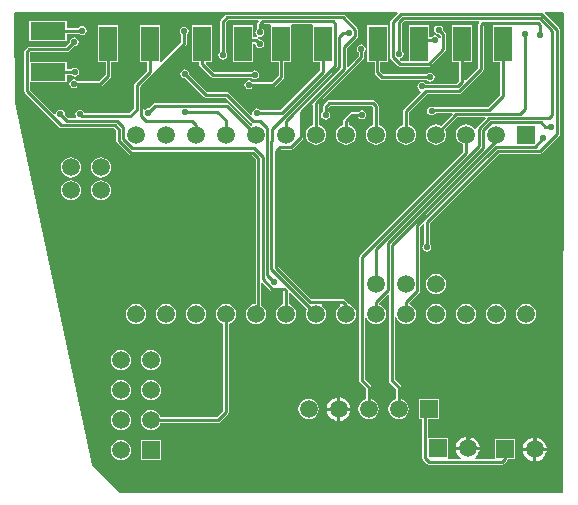
<source format=gbl>
G04 Layer_Physical_Order=2*
G04 Layer_Color=16711680*
%FSLAX25Y25*%
%MOIN*%
G70*
G01*
G75*
%ADD20C,0.01000*%
%ADD22C,0.05906*%
%ADD23R,0.05906X0.05906*%
%ADD24R,0.05906X0.05906*%
%ADD25C,0.02165*%
%ADD26R,0.11811X0.05906*%
%ADD27R,0.05906X0.11811*%
G36*
X283857Y499646D02*
X283465Y339961D01*
X283169Y339665D01*
X135630D01*
Y339764D01*
X126378Y349016D01*
X100787Y469587D01*
X100398Y499644D01*
X100750Y500000D01*
X228218D01*
X228425Y499500D01*
X226127Y497202D01*
X225930Y496906D01*
X225860Y496558D01*
Y484941D01*
X225930Y484592D01*
X226127Y484297D01*
X228399Y482025D01*
X228695Y481827D01*
X229043Y481758D01*
X238756D01*
X239105Y481827D01*
X239400Y482025D01*
X244247Y486871D01*
X244444Y487167D01*
X244514Y487516D01*
Y492520D01*
X244444Y492868D01*
X244247Y493164D01*
X243497Y493914D01*
X243533Y494095D01*
X243418Y494670D01*
X243092Y495159D01*
X242604Y495485D01*
X242028Y495600D01*
X241452Y495485D01*
X240963Y495159D01*
X240637Y494670D01*
X240522Y494095D01*
X240637Y493518D01*
X240963Y493030D01*
X241452Y492704D01*
X242028Y492589D01*
X242208Y492625D01*
X242691Y492142D01*
Y491378D01*
X242471Y491304D01*
X242191Y491294D01*
X241911Y491714D01*
X241423Y492040D01*
X240846Y492155D01*
X240270Y492040D01*
X239782Y491714D01*
X239680Y491561D01*
X238779D01*
Y495768D01*
X232087D01*
Y483580D01*
X229421D01*
X229049Y483952D01*
X229214Y484494D01*
X229415Y484535D01*
X229903Y484861D01*
X230229Y485349D01*
X230344Y485925D01*
X230229Y486501D01*
X229903Y486990D01*
X229750Y487092D01*
Y496276D01*
X230480Y497006D01*
X255399D01*
X255590Y496544D01*
X255458Y496412D01*
X255260Y496116D01*
X255191Y495768D01*
Y481379D01*
X251078Y477266D01*
X250616Y477457D01*
Y483169D01*
X253051D01*
Y495768D01*
X246358D01*
Y483169D01*
X248794D01*
Y476952D01*
X247949Y476108D01*
X237584D01*
X237482Y476261D01*
X236993Y476588D01*
X236417Y476702D01*
X235841Y476588D01*
X235353Y476261D01*
X235027Y475773D01*
X234912Y475197D01*
X235027Y474621D01*
X235353Y474132D01*
X235841Y473806D01*
X235960Y473782D01*
X236125Y473240D01*
X230464Y467580D01*
X230267Y467284D01*
X230197Y466935D01*
Y462401D01*
X229415Y462077D01*
X228716Y461540D01*
X228179Y460841D01*
X227842Y460027D01*
X227727Y459154D01*
X227842Y458280D01*
X228179Y457466D01*
X228716Y456767D01*
X229415Y456230D01*
X230229Y455893D01*
X231102Y455778D01*
X231976Y455893D01*
X232790Y456230D01*
X233489Y456767D01*
X234025Y457466D01*
X234363Y458280D01*
X234478Y459154D01*
X234363Y460027D01*
X234025Y460841D01*
X233489Y461540D01*
X232790Y462077D01*
X232020Y462396D01*
Y466558D01*
X238173Y472711D01*
X248723D01*
X249072Y472780D01*
X249367Y472978D01*
X256747Y480357D01*
X256944Y480653D01*
X257014Y481002D01*
Y495390D01*
X257169Y495545D01*
X260138D01*
Y483169D01*
X262573D01*
Y472326D01*
X258528Y468281D01*
X240446D01*
X240241Y468418D01*
X239665Y468533D01*
X239089Y468418D01*
X238601Y468092D01*
X238275Y467604D01*
X238160Y467028D01*
X238275Y466452D01*
X238601Y465963D01*
X239089Y465637D01*
X239665Y465522D01*
X240241Y465637D01*
X240730Y465963D01*
X241056Y466452D01*
X241057Y466459D01*
X246472D01*
X246663Y465997D01*
X242757Y462090D01*
X241976Y462414D01*
X241102Y462529D01*
X240229Y462414D01*
X239415Y462077D01*
X238716Y461540D01*
X238179Y460841D01*
X237842Y460027D01*
X237727Y459154D01*
X237842Y458280D01*
X238179Y457466D01*
X238716Y456767D01*
X239415Y456230D01*
X240229Y455893D01*
X241102Y455778D01*
X241976Y455893D01*
X242790Y456230D01*
X243489Y456767D01*
X244025Y457466D01*
X244363Y458280D01*
X244478Y459154D01*
X244363Y460027D01*
X244043Y460799D01*
X248309Y465065D01*
X257510D01*
X257702Y464603D01*
X254671Y461572D01*
X254473Y461276D01*
X254436Y461092D01*
X253925Y460974D01*
X253923Y460975D01*
X253489Y461540D01*
X252790Y462077D01*
X251976Y462414D01*
X251102Y462529D01*
X250229Y462414D01*
X249415Y462077D01*
X248716Y461540D01*
X248179Y460841D01*
X247842Y460027D01*
X247727Y459154D01*
X247842Y458280D01*
X248179Y457466D01*
X248716Y456767D01*
X249415Y456230D01*
X250197Y455906D01*
Y453405D01*
X215891Y419099D01*
X215694Y418803D01*
X215624Y418455D01*
Y377067D01*
X215694Y376718D01*
X215891Y376423D01*
X217770Y374544D01*
Y370863D01*
X216993Y370541D01*
X216295Y370005D01*
X215758Y369306D01*
X215421Y368492D01*
X215306Y367618D01*
X215421Y366745D01*
X215758Y365931D01*
X216295Y365231D01*
X216993Y364695D01*
X217808Y364358D01*
X218681Y364243D01*
X219555Y364358D01*
X220369Y364695D01*
X221068Y365231D01*
X221604Y365931D01*
X221941Y366745D01*
X222057Y367618D01*
X221941Y368492D01*
X221604Y369306D01*
X221068Y370005D01*
X220369Y370541D01*
X219592Y370863D01*
Y374921D01*
X219523Y375270D01*
X219325Y375566D01*
X217447Y377444D01*
Y398085D01*
X217947Y398185D01*
X218179Y397623D01*
X218716Y396924D01*
X219415Y396388D01*
X220229Y396051D01*
X221102Y395936D01*
X221976Y396051D01*
X222790Y396388D01*
X223489Y396924D01*
X224025Y397623D01*
X224363Y398437D01*
X224478Y399311D01*
X224363Y400185D01*
X224025Y400999D01*
X223489Y401698D01*
X222790Y402234D01*
X222185Y402485D01*
X222119Y403015D01*
X225103Y406000D01*
X225565Y405808D01*
Y377067D01*
X225635Y376718D01*
X225832Y376423D01*
X227770Y374485D01*
Y370863D01*
X226993Y370541D01*
X226294Y370005D01*
X225758Y369306D01*
X225421Y368492D01*
X225306Y367618D01*
X225421Y366745D01*
X225758Y365931D01*
X226294Y365231D01*
X226993Y364695D01*
X227808Y364358D01*
X228681Y364243D01*
X229555Y364358D01*
X230369Y364695D01*
X231068Y365231D01*
X231604Y365931D01*
X231942Y366745D01*
X232056Y367618D01*
X231942Y368492D01*
X231604Y369306D01*
X231068Y370005D01*
X230369Y370541D01*
X229592Y370863D01*
Y374862D01*
X229523Y375211D01*
X229326Y375506D01*
X227388Y377444D01*
Y398228D01*
X227888Y398327D01*
X228179Y397623D01*
X228716Y396924D01*
X229415Y396388D01*
X230229Y396051D01*
X231102Y395936D01*
X231976Y396051D01*
X232790Y396388D01*
X233489Y396924D01*
X234025Y397623D01*
X234363Y398437D01*
X234478Y399311D01*
X234363Y400185D01*
X234025Y400999D01*
X233489Y401698D01*
X232790Y402234D01*
X232351Y402416D01*
X232243Y403002D01*
X235479Y406238D01*
X235677Y406533D01*
X235746Y406882D01*
Y407302D01*
X235791Y407369D01*
X235860Y407718D01*
Y428469D01*
X236746Y429355D01*
X237208Y429164D01*
Y422722D01*
X237055Y422619D01*
X236729Y422131D01*
X236614Y421555D01*
X236729Y420979D01*
X237055Y420491D01*
X237543Y420164D01*
X238120Y420050D01*
X238696Y420164D01*
X239184Y420491D01*
X239510Y420979D01*
X239625Y421555D01*
X239510Y422131D01*
X239184Y422619D01*
X239031Y422722D01*
Y429573D01*
X262271Y452813D01*
X275878D01*
X276227Y452883D01*
X276522Y453080D01*
X282239Y458797D01*
X282436Y459092D01*
X282506Y459441D01*
Y494001D01*
X282436Y494350D01*
X282239Y494645D01*
X277384Y499500D01*
X277591Y500000D01*
X283504D01*
X283857Y499646D01*
D02*
G37*
%LPC*%
G36*
X198681Y370993D02*
X197808Y370879D01*
X196994Y370541D01*
X196294Y370005D01*
X195758Y369306D01*
X195421Y368492D01*
X195306Y367618D01*
X195421Y366745D01*
X195758Y365931D01*
X196294Y365231D01*
X196994Y364695D01*
X197808Y364358D01*
X198681Y364243D01*
X199555Y364358D01*
X200369Y364695D01*
X201068Y365231D01*
X201604Y365931D01*
X201941Y366745D01*
X202057Y367618D01*
X201941Y368492D01*
X201604Y369306D01*
X201068Y370005D01*
X200369Y370541D01*
X199555Y370879D01*
X198681Y370993D01*
D02*
G37*
G36*
X171102Y402686D02*
X170229Y402571D01*
X169415Y402234D01*
X168716Y401698D01*
X168179Y400999D01*
X167842Y400185D01*
X167727Y399311D01*
X167842Y398437D01*
X168179Y397623D01*
X168716Y396924D01*
X169415Y396388D01*
X170197Y396064D01*
Y367057D01*
X167989Y364848D01*
X149308D01*
X148986Y365625D01*
X148450Y366324D01*
X147751Y366860D01*
X146937Y367197D01*
X146063Y367312D01*
X145189Y367197D01*
X144375Y366860D01*
X143676Y366324D01*
X143140Y365625D01*
X142803Y364811D01*
X142688Y363937D01*
X142803Y363063D01*
X143140Y362249D01*
X143676Y361550D01*
X144375Y361014D01*
X145189Y360677D01*
X146063Y360562D01*
X146937Y360677D01*
X147751Y361014D01*
X148450Y361550D01*
X148986Y362249D01*
X149308Y363026D01*
X168366D01*
X168715Y363095D01*
X169010Y363293D01*
X171753Y366035D01*
X171950Y366331D01*
X172020Y366680D01*
Y396069D01*
X172790Y396388D01*
X173489Y396924D01*
X174025Y397623D01*
X174363Y398437D01*
X174478Y399311D01*
X174363Y400185D01*
X174025Y400999D01*
X173489Y401698D01*
X172790Y402234D01*
X171976Y402571D01*
X171102Y402686D01*
D02*
G37*
G36*
X212602Y367118D02*
X209181D01*
Y363697D01*
X209713Y363767D01*
X210675Y364165D01*
X211500Y364799D01*
X212134Y365625D01*
X212532Y366586D01*
X212602Y367118D01*
D02*
G37*
G36*
X208181D02*
X204760D01*
X204830Y366586D01*
X205228Y365625D01*
X205862Y364799D01*
X206688Y364165D01*
X207649Y363767D01*
X208181Y363697D01*
Y367118D01*
D02*
G37*
G36*
Y371539D02*
X207649Y371469D01*
X206688Y371071D01*
X205862Y370437D01*
X205228Y369612D01*
X204830Y368650D01*
X204760Y368118D01*
X208181D01*
Y371539D01*
D02*
G37*
G36*
X146063Y377312D02*
X145189Y377197D01*
X144375Y376860D01*
X143676Y376324D01*
X143140Y375625D01*
X142803Y374811D01*
X142688Y373937D01*
X142803Y373063D01*
X143140Y372249D01*
X143676Y371550D01*
X144375Y371014D01*
X145189Y370677D01*
X146063Y370562D01*
X146937Y370677D01*
X147751Y371014D01*
X148450Y371550D01*
X148986Y372249D01*
X149323Y373063D01*
X149438Y373937D01*
X149323Y374811D01*
X148986Y375625D01*
X148450Y376324D01*
X147751Y376860D01*
X146937Y377197D01*
X146063Y377312D01*
D02*
G37*
G36*
X136063Y387312D02*
X135189Y387197D01*
X134375Y386860D01*
X133676Y386324D01*
X133140Y385625D01*
X132803Y384811D01*
X132688Y383937D01*
X132803Y383063D01*
X133140Y382249D01*
X133676Y381550D01*
X134375Y381014D01*
X135189Y380677D01*
X136063Y380562D01*
X136937Y380677D01*
X137751Y381014D01*
X138450Y381550D01*
X138986Y382249D01*
X139323Y383063D01*
X139438Y383937D01*
X139323Y384811D01*
X138986Y385625D01*
X138450Y386324D01*
X137751Y386860D01*
X136937Y387197D01*
X136063Y387312D01*
D02*
G37*
G36*
X209181Y371539D02*
Y368118D01*
X212602D01*
X212532Y368650D01*
X212134Y369612D01*
X211500Y370437D01*
X210675Y371071D01*
X209713Y371469D01*
X209181Y371539D01*
D02*
G37*
G36*
X136063Y377312D02*
X135189Y377197D01*
X134375Y376860D01*
X133676Y376324D01*
X133140Y375625D01*
X132803Y374811D01*
X132688Y373937D01*
X132803Y373063D01*
X133140Y372249D01*
X133676Y371550D01*
X134375Y371014D01*
X135189Y370677D01*
X136063Y370562D01*
X136937Y370677D01*
X137751Y371014D01*
X138450Y371550D01*
X138986Y372249D01*
X139323Y373063D01*
X139438Y373937D01*
X139323Y374811D01*
X138986Y375625D01*
X138450Y376324D01*
X137751Y376860D01*
X136937Y377197D01*
X136063Y377312D01*
D02*
G37*
G36*
Y367312D02*
X135189Y367197D01*
X134375Y366860D01*
X133676Y366324D01*
X133140Y365625D01*
X132803Y364811D01*
X132688Y363937D01*
X132803Y363063D01*
X133140Y362249D01*
X133676Y361550D01*
X134375Y361014D01*
X135189Y360677D01*
X136063Y360562D01*
X136937Y360677D01*
X137751Y361014D01*
X138450Y361550D01*
X138986Y362249D01*
X139323Y363063D01*
X139438Y363937D01*
X139323Y364811D01*
X138986Y365625D01*
X138450Y366324D01*
X137751Y366860D01*
X136937Y367197D01*
X136063Y367312D01*
D02*
G37*
G36*
X278015Y353732D02*
X274594D01*
Y350311D01*
X275126Y350381D01*
X276088Y350780D01*
X276913Y351413D01*
X277547Y352239D01*
X277945Y353200D01*
X278015Y353732D01*
D02*
G37*
G36*
X136063Y357312D02*
X135189Y357197D01*
X134375Y356860D01*
X133676Y356324D01*
X133140Y355625D01*
X132803Y354811D01*
X132688Y353937D01*
X132803Y353063D01*
X133140Y352249D01*
X133676Y351550D01*
X134375Y351014D01*
X135189Y350677D01*
X136063Y350562D01*
X136937Y350677D01*
X137751Y351014D01*
X138450Y351550D01*
X138986Y352249D01*
X139323Y353063D01*
X139438Y353937D01*
X139323Y354811D01*
X138986Y355625D01*
X138450Y356324D01*
X137751Y356860D01*
X136937Y357197D01*
X136063Y357312D01*
D02*
G37*
G36*
X242028Y370965D02*
X235335D01*
Y364272D01*
X236589D01*
Y351181D01*
X236658Y350832D01*
X236856Y350537D01*
X238037Y349356D01*
X238332Y349158D01*
X238681Y349089D01*
X263090D01*
X263439Y349158D01*
X263735Y349356D01*
X264739Y350360D01*
X264936Y350655D01*
X264982Y350886D01*
X267441D01*
Y357579D01*
X260748D01*
Y350911D01*
X254353D01*
X254184Y351411D01*
X254571Y351709D01*
X255205Y352534D01*
X255603Y353496D01*
X255673Y354028D01*
X247831D01*
X247901Y353496D01*
X248299Y352534D01*
X248933Y351709D01*
X249320Y351411D01*
X249150Y350911D01*
X245487D01*
X245098Y351181D01*
Y357874D01*
X238411D01*
Y364272D01*
X242028D01*
Y370965D01*
D02*
G37*
G36*
X273594Y353732D02*
X270173D01*
X270243Y353200D01*
X270642Y352239D01*
X271275Y351413D01*
X272101Y350780D01*
X273062Y350381D01*
X273594Y350311D01*
Y353732D01*
D02*
G37*
G36*
X149409Y357283D02*
X142717D01*
Y350590D01*
X149409D01*
Y357283D01*
D02*
G37*
G36*
X251252Y358449D02*
X250720Y358379D01*
X249759Y357980D01*
X248933Y357347D01*
X248299Y356521D01*
X247901Y355559D01*
X247831Y355028D01*
X251252D01*
Y358449D01*
D02*
G37*
G36*
X252252D02*
Y355028D01*
X255673D01*
X255603Y355559D01*
X255205Y356521D01*
X254571Y357347D01*
X253745Y357980D01*
X252784Y358379D01*
X252252Y358449D01*
D02*
G37*
G36*
X273594Y358153D02*
X273062Y358083D01*
X272101Y357685D01*
X271275Y357051D01*
X270642Y356226D01*
X270243Y355264D01*
X270173Y354732D01*
X273594D01*
Y358153D01*
D02*
G37*
G36*
X274594D02*
Y354732D01*
X278015D01*
X277945Y355264D01*
X277547Y356226D01*
X276913Y357051D01*
X276088Y357685D01*
X275126Y358083D01*
X274594Y358153D01*
D02*
G37*
G36*
X146063Y387312D02*
X145189Y387197D01*
X144375Y386860D01*
X143676Y386324D01*
X143140Y385625D01*
X142803Y384811D01*
X142688Y383937D01*
X142803Y383063D01*
X143140Y382249D01*
X143676Y381550D01*
X144375Y381014D01*
X145189Y380677D01*
X146063Y380562D01*
X146937Y380677D01*
X147751Y381014D01*
X148450Y381550D01*
X148986Y382249D01*
X149323Y383063D01*
X149438Y383937D01*
X149323Y384811D01*
X148986Y385625D01*
X148450Y386324D01*
X147751Y386860D01*
X146937Y387197D01*
X146063Y387312D01*
D02*
G37*
G36*
X219980Y470596D02*
X205610D01*
X205261Y470527D01*
X204966Y470329D01*
X203686Y469050D01*
X203489Y468754D01*
X203419Y468405D01*
Y466816D01*
X203266Y466714D01*
X202940Y466226D01*
X202825Y465650D01*
X202940Y465074D01*
X203266Y464585D01*
X203755Y464259D01*
X204331Y464144D01*
X204907Y464259D01*
X205395Y464585D01*
X205721Y465074D01*
X205836Y465650D01*
X205721Y466226D01*
X205395Y466714D01*
X205242Y466816D01*
Y468028D01*
X205988Y468774D01*
X219603D01*
X220197Y468179D01*
Y462401D01*
X219415Y462077D01*
X218716Y461540D01*
X218179Y460841D01*
X217842Y460027D01*
X217727Y459154D01*
X217842Y458280D01*
X218179Y457466D01*
X218716Y456767D01*
X219415Y456230D01*
X220229Y455893D01*
X221102Y455778D01*
X221976Y455893D01*
X222790Y456230D01*
X223489Y456767D01*
X224025Y457466D01*
X224363Y458280D01*
X224478Y459154D01*
X224363Y460027D01*
X224025Y460841D01*
X223489Y461540D01*
X222790Y462077D01*
X222020Y462396D01*
Y468557D01*
X221951Y468905D01*
X221753Y469201D01*
X220625Y470329D01*
X220329Y470527D01*
X219980Y470596D01*
D02*
G37*
G36*
X216437Y467253D02*
X215861Y467139D01*
X215373Y466812D01*
X215270Y466659D01*
X213189D01*
X212840Y466590D01*
X212545Y466392D01*
X210464Y464312D01*
X210267Y464016D01*
X210197Y463668D01*
Y462401D01*
X209415Y462077D01*
X208716Y461540D01*
X208179Y460841D01*
X207842Y460027D01*
X207727Y459154D01*
X207842Y458280D01*
X208179Y457466D01*
X208716Y456767D01*
X209415Y456230D01*
X210229Y455893D01*
X211102Y455778D01*
X211976Y455893D01*
X212790Y456230D01*
X213489Y456767D01*
X214025Y457466D01*
X214363Y458280D01*
X214478Y459154D01*
X214363Y460027D01*
X214025Y460841D01*
X213489Y461540D01*
X212790Y462077D01*
X212020Y462396D01*
Y463290D01*
X213566Y464837D01*
X215270D01*
X215373Y464684D01*
X215861Y464357D01*
X216437Y464243D01*
X217013Y464357D01*
X217501Y464684D01*
X217828Y465172D01*
X217942Y465748D01*
X217828Y466324D01*
X217501Y466812D01*
X217013Y467139D01*
X216437Y467253D01*
D02*
G37*
G36*
X119410Y451558D02*
X118536Y451443D01*
X117722Y451106D01*
X117023Y450570D01*
X116487Y449871D01*
X116149Y449057D01*
X116034Y448183D01*
X116149Y447309D01*
X116487Y446495D01*
X117023Y445796D01*
X117722Y445260D01*
X118536Y444923D01*
X119410Y444808D01*
X120283Y444923D01*
X121097Y445260D01*
X121796Y445796D01*
X122333Y446495D01*
X122670Y447309D01*
X122785Y448183D01*
X122670Y449057D01*
X122333Y449871D01*
X121796Y450570D01*
X121097Y451106D01*
X120283Y451443D01*
X119410Y451558D01*
D02*
G37*
G36*
X129410D02*
X128536Y451443D01*
X127722Y451106D01*
X127023Y450570D01*
X126487Y449871D01*
X126149Y449057D01*
X126034Y448183D01*
X126149Y447309D01*
X126487Y446495D01*
X127023Y445796D01*
X127722Y445260D01*
X128536Y444923D01*
X129410Y444808D01*
X130283Y444923D01*
X131097Y445260D01*
X131796Y445796D01*
X132333Y446495D01*
X132670Y447309D01*
X132785Y448183D01*
X132670Y449057D01*
X132333Y449871D01*
X131796Y450570D01*
X131097Y451106D01*
X130283Y451443D01*
X129410Y451558D01*
D02*
G37*
G36*
X210138Y499140D02*
X171555D01*
X171206Y499070D01*
X170911Y498873D01*
X169434Y497396D01*
X169237Y497101D01*
X169167Y496752D01*
Y486797D01*
X169014Y486694D01*
X168688Y486206D01*
X168573Y485630D01*
X168688Y485054D01*
X169014Y484565D01*
X169503Y484239D01*
X170079Y484125D01*
X170655Y484239D01*
X171143Y484565D01*
X171469Y485054D01*
X171584Y485630D01*
X171469Y486206D01*
X171143Y486694D01*
X170990Y486797D01*
Y496375D01*
X171933Y497317D01*
X181891D01*
X182082Y496855D01*
X181738Y496511D01*
X181540Y496215D01*
X181471Y495866D01*
Y494375D01*
X181317Y494273D01*
X180991Y493785D01*
X180877Y493209D01*
X180991Y492633D01*
X181317Y492144D01*
X181398Y492091D01*
X181202Y491620D01*
X181004Y491659D01*
X180217D01*
Y495768D01*
X173524D01*
Y483169D01*
X180217D01*
Y489302D01*
X180653Y489481D01*
X180890Y489302D01*
X180991Y488794D01*
X181317Y488306D01*
X181806Y487979D01*
X182382Y487865D01*
X182958Y487979D01*
X183446Y488306D01*
X183773Y488794D01*
X183887Y489370D01*
X183773Y489946D01*
X183446Y490435D01*
X182958Y490761D01*
X182382Y490875D01*
X182201Y490839D01*
X181714Y491326D01*
X181785Y491582D01*
X181937Y491792D01*
X182382Y491703D01*
X182958Y491818D01*
X183446Y492144D01*
X183773Y492633D01*
X183887Y493209D01*
X183773Y493785D01*
X183446Y494273D01*
X183293Y494375D01*
Y495489D01*
X183728Y495923D01*
X185785D01*
X186221Y495768D01*
X186221Y495423D01*
Y483169D01*
X188656D01*
Y478822D01*
X186483Y476649D01*
X179956D01*
X179854Y476803D01*
X179365Y477129D01*
X178789Y477244D01*
X178213Y477129D01*
X177725Y476803D01*
X177399Y476314D01*
X177284Y475738D01*
X177399Y475162D01*
X177725Y474674D01*
X178213Y474347D01*
X178789Y474233D01*
X179365Y474347D01*
X179854Y474674D01*
X179956Y474827D01*
X186860D01*
X187209Y474896D01*
X187505Y475094D01*
X190211Y477801D01*
X190409Y478096D01*
X190478Y478445D01*
Y483169D01*
X192913D01*
Y495423D01*
X192913Y495768D01*
X193349Y495923D01*
X199565D01*
X200000Y495768D01*
Y483169D01*
X202435D01*
Y480397D01*
X189288Y467250D01*
X182564D01*
X182462Y467403D01*
X181974Y467729D01*
X181398Y467844D01*
X180822Y467729D01*
X180333Y467403D01*
X180007Y466915D01*
X179892Y466339D01*
X179976Y465917D01*
X179515Y465671D01*
X172199Y472987D01*
X171904Y473184D01*
X171555Y473254D01*
X164748D01*
X158851Y479150D01*
X158887Y479331D01*
X158773Y479907D01*
X158446Y480395D01*
X157958Y480721D01*
X157382Y480836D01*
X156806Y480721D01*
X156317Y480395D01*
X155991Y479907D01*
X155877Y479331D01*
X155991Y478755D01*
X156317Y478266D01*
X156806Y477940D01*
X157382Y477825D01*
X157563Y477861D01*
X163726Y471698D01*
X164021Y471501D01*
X164370Y471431D01*
X171178D01*
X179572Y463037D01*
X179868Y462839D01*
X179923Y462828D01*
X179974Y462308D01*
X179457Y462094D01*
X172206Y469345D01*
X171910Y469543D01*
X171561Y469612D01*
X147441D01*
X147092Y469543D01*
X146797Y469345D01*
X145259Y467808D01*
X145079Y467844D01*
X144503Y467729D01*
X144128Y467479D01*
X143735Y467618D01*
X143628Y467700D01*
Y474623D01*
X157829Y488824D01*
X158027Y489120D01*
X158096Y489468D01*
Y492436D01*
X158249Y492538D01*
X158576Y493026D01*
X158690Y493602D01*
X158576Y494178D01*
X158249Y494667D01*
X157761Y494993D01*
X157185Y495108D01*
X156609Y494993D01*
X156121Y494667D01*
X155794Y494178D01*
X155680Y493602D01*
X155794Y493026D01*
X156121Y492538D01*
X156274Y492436D01*
Y489846D01*
X149519Y483091D01*
X149428Y483084D01*
X149016Y483414D01*
X149016Y483617D01*
Y495768D01*
X142323D01*
Y483169D01*
X144758D01*
Y480397D01*
X140679Y476318D01*
X140481Y476022D01*
X140412Y475673D01*
Y467685D01*
X138894Y466167D01*
X123902D01*
X123832Y466521D01*
X123505Y467009D01*
X123017Y467336D01*
X122441Y467450D01*
X121865Y467336D01*
X121377Y467009D01*
X121050Y466521D01*
X120936Y465945D01*
X121050Y465369D01*
X121235Y465092D01*
X120976Y464592D01*
X118586D01*
X117414Y465764D01*
X117450Y465945D01*
X117336Y466521D01*
X117009Y467009D01*
X116521Y467336D01*
X115945Y467450D01*
X115369Y467336D01*
X114881Y467009D01*
X114554Y466521D01*
X114465Y466074D01*
X114101Y465897D01*
X113955Y465877D01*
X105734Y474098D01*
Y476575D01*
X118110D01*
Y479010D01*
X119502D01*
X119605Y478857D01*
X120093Y478531D01*
X120669Y478416D01*
X121245Y478531D01*
X121734Y478857D01*
X122060Y479345D01*
X122175Y479921D01*
X122060Y480497D01*
X121734Y480986D01*
X121245Y481312D01*
X120669Y481427D01*
X120093Y481312D01*
X119605Y480986D01*
X119502Y480832D01*
X118110D01*
Y483268D01*
X105734D01*
Y486434D01*
X105889Y486589D01*
X118012D01*
X118360Y486658D01*
X118656Y486856D01*
X120390Y488590D01*
X120571Y488554D01*
X121147Y488668D01*
X121635Y488995D01*
X121962Y489483D01*
X122076Y490059D01*
X121962Y490635D01*
X121635Y491123D01*
X121147Y491450D01*
X120571Y491564D01*
X119995Y491450D01*
X119507Y491123D01*
X119180Y490635D01*
X119066Y490059D01*
X119102Y489878D01*
X117634Y488411D01*
X105512D01*
X105163Y488342D01*
X104867Y488144D01*
X104179Y487455D01*
X103981Y487160D01*
X103912Y486811D01*
Y473721D01*
X103981Y473372D01*
X104179Y473076D01*
X115612Y461643D01*
X115907Y461446D01*
X116256Y461376D01*
X133669D01*
X134605Y460440D01*
Y457001D01*
X134674Y456653D01*
X134871Y456357D01*
X138723Y452505D01*
X139019Y452308D01*
X139368Y452238D01*
X179642D01*
X180979Y450902D01*
Y402670D01*
X180229Y402571D01*
X179415Y402234D01*
X178716Y401698D01*
X178179Y400999D01*
X177842Y400185D01*
X177727Y399311D01*
X177842Y398437D01*
X178179Y397623D01*
X178716Y396924D01*
X179415Y396388D01*
X180229Y396051D01*
X181102Y395936D01*
X181976Y396051D01*
X182790Y396388D01*
X183489Y396924D01*
X184025Y397623D01*
X184363Y398437D01*
X184478Y399311D01*
X184363Y400185D01*
X184025Y400999D01*
X183489Y401698D01*
X182801Y402226D01*
Y409647D01*
X183263Y409838D01*
X185970Y407131D01*
X186266Y406934D01*
X186614Y406864D01*
X190174D01*
X190197Y406841D01*
Y402558D01*
X189415Y402234D01*
X188716Y401698D01*
X188179Y400999D01*
X187842Y400185D01*
X187727Y399311D01*
X187842Y398437D01*
X188179Y397623D01*
X188716Y396924D01*
X189415Y396388D01*
X190229Y396051D01*
X191102Y395936D01*
X191976Y396051D01*
X192790Y396388D01*
X193489Y396924D01*
X194025Y397623D01*
X194363Y398437D01*
X194478Y399311D01*
X194363Y400185D01*
X194025Y400999D01*
X193489Y401698D01*
X192790Y402234D01*
X192020Y402553D01*
Y406458D01*
X192482Y406649D01*
X198166Y400965D01*
X197842Y400185D01*
X197727Y399311D01*
X197842Y398437D01*
X198179Y397623D01*
X198716Y396924D01*
X199415Y396388D01*
X200229Y396051D01*
X201102Y395936D01*
X201976Y396051D01*
X202790Y396388D01*
X203489Y396924D01*
X204025Y397623D01*
X204363Y398437D01*
X204478Y399311D01*
X204363Y400185D01*
X204025Y400999D01*
X203489Y401698D01*
X203051Y402034D01*
X203221Y402534D01*
X208984D01*
X209153Y402034D01*
X208716Y401698D01*
X208179Y400999D01*
X207842Y400185D01*
X207727Y399311D01*
X207842Y398437D01*
X208179Y397623D01*
X208716Y396924D01*
X209415Y396388D01*
X210229Y396051D01*
X211102Y395936D01*
X211976Y396051D01*
X212790Y396388D01*
X213489Y396924D01*
X214025Y397623D01*
X214363Y398437D01*
X214478Y399311D01*
X214363Y400185D01*
X214025Y400999D01*
X213489Y401698D01*
X212790Y402234D01*
X212001Y402561D01*
X211950Y402814D01*
X211753Y403109D01*
X210773Y404089D01*
X210477Y404287D01*
X210129Y404356D01*
X199393D01*
X188608Y415141D01*
Y453363D01*
X189354Y454108D01*
X192815D01*
X193164Y454178D01*
X193459Y454375D01*
X196707Y457623D01*
X196905Y457919D01*
X196974Y458268D01*
Y466259D01*
X199735Y469020D01*
X200197Y468829D01*
Y462401D01*
X199415Y462077D01*
X198716Y461540D01*
X198179Y460841D01*
X197842Y460027D01*
X197727Y459154D01*
X197842Y458280D01*
X198179Y457466D01*
X198716Y456767D01*
X199415Y456230D01*
X200229Y455893D01*
X201102Y455778D01*
X201976Y455893D01*
X202790Y456230D01*
X203489Y456767D01*
X204025Y457466D01*
X204363Y458280D01*
X204478Y459154D01*
X204363Y460027D01*
X204025Y460841D01*
X203489Y461540D01*
X202790Y462077D01*
X202020Y462396D01*
Y469334D01*
X216884Y484198D01*
X217082Y484494D01*
X217151Y484842D01*
Y486530D01*
X217305Y486632D01*
X217631Y487121D01*
X217745Y487697D01*
X217631Y488273D01*
X217305Y488761D01*
X216816Y489088D01*
X216240Y489202D01*
X215664Y489088D01*
X215176Y488761D01*
X214849Y488273D01*
X214735Y487697D01*
X214849Y487121D01*
X215176Y486632D01*
X215329Y486530D01*
Y485220D01*
X211806Y481697D01*
X211344Y481889D01*
Y487812D01*
X214924Y491391D01*
X215121Y491687D01*
X215191Y492035D01*
Y494087D01*
X215121Y494435D01*
X214924Y494731D01*
X210782Y498873D01*
X210487Y499070D01*
X210138Y499140D01*
D02*
G37*
G36*
X166437Y495768D02*
X159744D01*
Y483169D01*
X162179D01*
Y482677D01*
X162249Y482329D01*
X162446Y482033D01*
X166088Y478391D01*
X166384Y478194D01*
X166732Y478124D01*
X179542D01*
X179644Y477971D01*
X180133Y477645D01*
X180709Y477530D01*
X181285Y477645D01*
X181773Y477971D01*
X182099Y478459D01*
X182214Y479035D01*
X182099Y479611D01*
X181773Y480100D01*
X181285Y480426D01*
X180709Y480541D01*
X180133Y480426D01*
X179644Y480100D01*
X179542Y479947D01*
X167110D01*
X164387Y482669D01*
X164594Y483169D01*
X166437D01*
Y495768D01*
D02*
G37*
G36*
X118110Y497047D02*
X105512D01*
Y490354D01*
X118110D01*
Y492790D01*
X122127D01*
X122164Y492735D01*
X122652Y492409D01*
X123228Y492294D01*
X123804Y492409D01*
X124293Y492735D01*
X124619Y493223D01*
X124734Y493799D01*
X124619Y494375D01*
X124293Y494864D01*
X123804Y495190D01*
X123228Y495304D01*
X122652Y495190D01*
X122164Y494864D01*
X121996Y494612D01*
X118110D01*
Y497047D01*
D02*
G37*
G36*
X225000Y495768D02*
X218307D01*
Y483169D01*
X220644D01*
Y479823D01*
X220713Y479474D01*
X220911Y479178D01*
X222486Y477604D01*
X222781Y477406D01*
X223130Y477337D01*
X238006D01*
X238109Y477184D01*
X238597Y476857D01*
X239173Y476743D01*
X239749Y476857D01*
X240238Y477184D01*
X240564Y477672D01*
X240679Y478248D01*
X240564Y478824D01*
X240238Y479312D01*
X239749Y479639D01*
X239173Y479753D01*
X238597Y479639D01*
X238109Y479312D01*
X238006Y479159D01*
X223507D01*
X222466Y480200D01*
Y483169D01*
X225000D01*
Y495768D01*
D02*
G37*
G36*
X135236D02*
X128543D01*
Y483169D01*
X130979D01*
Y479118D01*
X128855Y476994D01*
X121639D01*
X121537Y477147D01*
X121048Y477473D01*
X120472Y477588D01*
X119896Y477473D01*
X119408Y477147D01*
X119082Y476659D01*
X118967Y476083D01*
X119082Y475507D01*
X119408Y475018D01*
X119896Y474692D01*
X120472Y474577D01*
X121048Y474692D01*
X121537Y475018D01*
X121639Y475172D01*
X129232D01*
X129581Y475241D01*
X129877Y475438D01*
X132534Y478096D01*
X132732Y478392D01*
X132801Y478740D01*
Y483169D01*
X135236D01*
Y495768D01*
D02*
G37*
G36*
X129410Y443926D02*
X128536Y443812D01*
X127722Y443474D01*
X127023Y442938D01*
X126487Y442239D01*
X126149Y441425D01*
X126034Y440551D01*
X126149Y439678D01*
X126487Y438864D01*
X127023Y438165D01*
X127722Y437628D01*
X128536Y437291D01*
X129410Y437176D01*
X130283Y437291D01*
X131097Y437628D01*
X131796Y438165D01*
X132333Y438864D01*
X132670Y439678D01*
X132785Y440551D01*
X132670Y441425D01*
X132333Y442239D01*
X131796Y442938D01*
X131097Y443474D01*
X130283Y443812D01*
X129410Y443926D01*
D02*
G37*
G36*
X161102Y402686D02*
X160229Y402571D01*
X159415Y402234D01*
X158716Y401698D01*
X158179Y400999D01*
X157842Y400185D01*
X157727Y399311D01*
X157842Y398437D01*
X158179Y397623D01*
X158716Y396924D01*
X159415Y396388D01*
X160229Y396051D01*
X161102Y395936D01*
X161976Y396051D01*
X162790Y396388D01*
X163489Y396924D01*
X164025Y397623D01*
X164363Y398437D01*
X164478Y399311D01*
X164363Y400185D01*
X164025Y400999D01*
X163489Y401698D01*
X162790Y402234D01*
X161976Y402571D01*
X161102Y402686D01*
D02*
G37*
G36*
X241102D02*
X240229Y402571D01*
X239415Y402234D01*
X238716Y401698D01*
X238179Y400999D01*
X237842Y400185D01*
X237727Y399311D01*
X237842Y398437D01*
X238179Y397623D01*
X238716Y396924D01*
X239415Y396388D01*
X240229Y396051D01*
X241102Y395936D01*
X241976Y396051D01*
X242790Y396388D01*
X243489Y396924D01*
X244025Y397623D01*
X244363Y398437D01*
X244478Y399311D01*
X244363Y400185D01*
X244025Y400999D01*
X243489Y401698D01*
X242790Y402234D01*
X241976Y402571D01*
X241102Y402686D01*
D02*
G37*
G36*
X141102D02*
X140229Y402571D01*
X139415Y402234D01*
X138716Y401698D01*
X138179Y400999D01*
X137842Y400185D01*
X137727Y399311D01*
X137842Y398437D01*
X138179Y397623D01*
X138716Y396924D01*
X139415Y396388D01*
X140229Y396051D01*
X141102Y395936D01*
X141976Y396051D01*
X142790Y396388D01*
X143489Y396924D01*
X144025Y397623D01*
X144363Y398437D01*
X144478Y399311D01*
X144363Y400185D01*
X144025Y400999D01*
X143489Y401698D01*
X142790Y402234D01*
X141976Y402571D01*
X141102Y402686D01*
D02*
G37*
G36*
X151102D02*
X150229Y402571D01*
X149415Y402234D01*
X148716Y401698D01*
X148179Y400999D01*
X147842Y400185D01*
X147727Y399311D01*
X147842Y398437D01*
X148179Y397623D01*
X148716Y396924D01*
X149415Y396388D01*
X150229Y396051D01*
X151102Y395936D01*
X151976Y396051D01*
X152790Y396388D01*
X153489Y396924D01*
X154025Y397623D01*
X154363Y398437D01*
X154478Y399311D01*
X154363Y400185D01*
X154025Y400999D01*
X153489Y401698D01*
X152790Y402234D01*
X151976Y402571D01*
X151102Y402686D01*
D02*
G37*
G36*
X251102D02*
X250229Y402571D01*
X249415Y402234D01*
X248716Y401698D01*
X248179Y400999D01*
X247842Y400185D01*
X247727Y399311D01*
X247842Y398437D01*
X248179Y397623D01*
X248716Y396924D01*
X249415Y396388D01*
X250229Y396051D01*
X251102Y395936D01*
X251976Y396051D01*
X252790Y396388D01*
X253489Y396924D01*
X254025Y397623D01*
X254363Y398437D01*
X254478Y399311D01*
X254363Y400185D01*
X254025Y400999D01*
X253489Y401698D01*
X252790Y402234D01*
X251976Y402571D01*
X251102Y402686D01*
D02*
G37*
G36*
X241102Y412686D02*
X240229Y412571D01*
X239415Y412234D01*
X238716Y411698D01*
X238179Y410999D01*
X237842Y410185D01*
X237727Y409311D01*
X237842Y408437D01*
X238179Y407623D01*
X238716Y406924D01*
X239415Y406388D01*
X240229Y406051D01*
X241102Y405936D01*
X241976Y406051D01*
X242790Y406388D01*
X243489Y406924D01*
X244025Y407623D01*
X244363Y408437D01*
X244478Y409311D01*
X244363Y410185D01*
X244025Y410999D01*
X243489Y411698D01*
X242790Y412234D01*
X241976Y412571D01*
X241102Y412686D01*
D02*
G37*
G36*
X119410Y443926D02*
X118536Y443812D01*
X117722Y443474D01*
X117023Y442938D01*
X116487Y442239D01*
X116149Y441425D01*
X116034Y440551D01*
X116149Y439678D01*
X116487Y438864D01*
X117023Y438165D01*
X117722Y437628D01*
X118536Y437291D01*
X119410Y437176D01*
X120283Y437291D01*
X121097Y437628D01*
X121796Y438165D01*
X122333Y438864D01*
X122670Y439678D01*
X122785Y440551D01*
X122670Y441425D01*
X122333Y442239D01*
X121796Y442938D01*
X121097Y443474D01*
X120283Y443812D01*
X119410Y443926D01*
D02*
G37*
G36*
X261102Y402686D02*
X260229Y402571D01*
X259415Y402234D01*
X258716Y401698D01*
X258179Y400999D01*
X257842Y400185D01*
X257727Y399311D01*
X257842Y398437D01*
X258179Y397623D01*
X258716Y396924D01*
X259415Y396388D01*
X260229Y396051D01*
X261102Y395936D01*
X261976Y396051D01*
X262790Y396388D01*
X263489Y396924D01*
X264025Y397623D01*
X264363Y398437D01*
X264478Y399311D01*
X264363Y400185D01*
X264025Y400999D01*
X263489Y401698D01*
X262790Y402234D01*
X261976Y402571D01*
X261102Y402686D01*
D02*
G37*
G36*
X271102D02*
X270229Y402571D01*
X269415Y402234D01*
X268716Y401698D01*
X268179Y400999D01*
X267842Y400185D01*
X267727Y399311D01*
X267842Y398437D01*
X268179Y397623D01*
X268716Y396924D01*
X269415Y396388D01*
X270229Y396051D01*
X271102Y395936D01*
X271976Y396051D01*
X272790Y396388D01*
X273489Y396924D01*
X274025Y397623D01*
X274363Y398437D01*
X274478Y399311D01*
X274363Y400185D01*
X274025Y400999D01*
X273489Y401698D01*
X272790Y402234D01*
X271976Y402571D01*
X271102Y402686D01*
D02*
G37*
%LPD*%
D20*
X238120Y421555D02*
Y429950D01*
X276285Y499311D02*
X281594Y494001D01*
Y459441D02*
Y494001D01*
X275878Y453724D02*
X281594Y459441D01*
X139272Y465256D02*
X141323Y467307D01*
X123130Y465256D02*
X139272D01*
X122441Y465945D02*
X123130Y465256D01*
X134941Y463681D02*
X136909Y461713D01*
X118209Y463681D02*
X134941D01*
X134046Y462287D02*
X135516Y460818D01*
X116256Y462287D02*
X134046D01*
X115945Y465945D02*
X118209Y463681D01*
X104823Y473721D02*
X116256Y462287D01*
X136909Y457579D02*
Y461713D01*
X135516Y457001D02*
Y460818D01*
X210138Y498228D02*
X214280Y494087D01*
X210433Y488189D02*
X214280Y492035D01*
Y494087D01*
X229043Y482669D02*
X238756D01*
X226772Y484941D02*
X229043Y482669D01*
X226772Y484941D02*
Y496558D01*
X229525Y499311D01*
X237795Y473622D02*
X248723D01*
X231109Y466935D02*
X237795Y473622D01*
X231109Y459154D02*
Y466935D01*
X242028Y494095D02*
X243602Y492520D01*
Y487516D02*
Y492520D01*
X238756Y482669D02*
X243602Y487516D01*
X139368Y453150D02*
X180020D01*
X135516Y457001D02*
X139368Y453150D01*
X139945Y454543D02*
X180597D01*
X136909Y457579D02*
X139945Y454543D01*
X184949Y457560D02*
Y461417D01*
X186343Y460858D02*
X207480Y481996D01*
X186343Y456983D02*
Y460858D01*
X186236Y456877D02*
X186343Y456983D01*
X186236Y414183D02*
Y456877D01*
X184843Y457454D02*
X184949Y457560D01*
X184843Y412402D02*
Y457454D01*
X186236Y414183D02*
X201109Y399311D01*
X184843Y412402D02*
X187205Y410039D01*
X196063Y458268D02*
Y466636D01*
X192815Y455020D02*
X196063Y458268D01*
X188976Y455020D02*
X192815D01*
X187697Y453740D02*
X188976Y455020D01*
X276668Y464583D02*
X278756D01*
X256890Y460532D02*
X259547Y463189D01*
X256890Y454729D02*
Y460532D01*
X255315Y460928D02*
X258970Y464583D01*
X255315Y455217D02*
Y460928D01*
X221109Y421010D02*
X255315Y455217D01*
X225083Y422922D02*
X256890Y454729D01*
X276969Y457850D02*
Y457972D01*
X274236Y455118D02*
X276969Y457850D01*
X261221Y455118D02*
X274236D01*
X261894Y453724D02*
X275878D01*
X238120Y429950D02*
X261894Y453724D01*
X234949Y428846D02*
X261221Y455118D01*
X241109Y459154D02*
X247931Y465976D01*
X269224D01*
X240008Y467370D02*
X258906D01*
X239665Y467028D02*
X240008Y467370D01*
X258906D02*
X263484Y471949D01*
X269224Y465976D02*
X270768Y467520D01*
X258970Y464583D02*
X276668D01*
X276091Y463189D02*
X277567Y461713D01*
X259547Y463189D02*
X276091D01*
X234835Y407604D02*
X234949Y407718D01*
X234835Y406882D02*
Y407604D01*
X231109Y403156D02*
X234835Y406882D01*
X234949Y407718D02*
Y428846D01*
X261109Y456975D02*
Y459154D01*
X261032Y456898D02*
X261109Y456975D01*
X261029Y456898D02*
X261032D01*
X226476Y422345D02*
X261029Y456898D01*
X251109Y453028D02*
Y459154D01*
X216535Y418455D02*
X251109Y453028D01*
X231109Y399311D02*
Y403156D01*
X111811Y493701D02*
X123130D01*
X109350D02*
X111811D01*
Y479921D02*
X120669D01*
X109350D02*
X111811D01*
X270768Y467520D02*
Y492618D01*
X279823Y465650D02*
Y493802D01*
X278756Y464583D02*
X279823Y465650D01*
X275707Y497917D02*
X279823Y493802D01*
X147441Y468701D02*
X171561D01*
X145079Y466339D02*
X147441Y468701D01*
X159646Y463779D02*
X161109Y462317D01*
X144390Y463779D02*
X159646D01*
X142717Y465453D02*
X144390Y463779D01*
X142717Y465453D02*
Y475000D01*
X141323Y467307D02*
Y475673D01*
X145669Y480020D01*
Y489468D01*
X142717Y475000D02*
X157185Y489468D01*
Y493602D01*
X180020Y453150D02*
X181890Y451279D01*
Y400092D02*
Y451279D01*
X181109Y399311D02*
X181890Y400092D01*
X104823Y473721D02*
Y486811D01*
X105512Y487500D02*
X118012D01*
X104823Y486811D02*
X105512Y487500D01*
X183366Y411024D02*
Y451774D01*
X180597Y454543D02*
X183366Y451774D01*
Y411024D02*
X186614Y407776D01*
X190551D01*
X187697Y414764D02*
Y453740D01*
Y414764D02*
X199016Y403445D01*
X190551Y407776D02*
X191109Y407218D01*
X248723Y473622D02*
X256102Y481002D01*
Y495768D01*
X249705Y476575D02*
Y489468D01*
X248327Y475197D02*
X249705Y476575D01*
X236417Y475197D02*
X248327D01*
X171555Y498228D02*
X210138D01*
X207480Y481996D02*
Y496063D01*
X206709Y496835D02*
X207480Y496063D01*
X183350Y496835D02*
X206709D01*
X210433Y481006D02*
Y488189D01*
X196063Y466636D02*
X210433Y481006D01*
X210138Y492913D02*
X212303D01*
X208957Y491732D02*
X210138Y492913D01*
X208957Y481501D02*
Y491732D01*
X191109Y463653D02*
X208957Y481501D01*
X216240Y484842D02*
Y487697D01*
X201109Y469711D02*
X216240Y484842D01*
X203346Y480020D02*
Y489468D01*
X189665Y466339D02*
X203346Y480020D01*
X181398Y466339D02*
X189665D01*
X226476Y377067D02*
Y422345D01*
X225083Y407268D02*
Y422922D01*
X277567Y461713D02*
X279528D01*
X276703Y457972D02*
X276969D01*
X216535Y377067D02*
Y418455D01*
X199016Y403445D02*
X210129D01*
X211109Y402465D01*
X182579Y463681D02*
X184843Y461417D01*
X237500Y366437D02*
X238681Y367618D01*
X230102Y497917D02*
X275707D01*
X228839Y496654D02*
X230102Y497917D01*
X229525Y499311D02*
X276285D01*
X275197Y496457D02*
X275886Y495768D01*
X256791Y496457D02*
X275197D01*
X256102Y495768D02*
X256791Y496457D01*
X228839Y485925D02*
Y496654D01*
X182382Y495866D02*
X183350Y496835D01*
X170079Y496752D02*
X171555Y498228D01*
X182382Y493209D02*
Y495866D01*
X170079Y485630D02*
Y496752D01*
X180217Y463681D02*
X182579D01*
X118012Y487500D02*
X120571Y490059D01*
X123130Y493701D02*
X123228Y493799D01*
X171555Y472342D02*
X180217Y463681D01*
X164370Y472342D02*
X171555D01*
X157382Y479331D02*
X164370Y472342D01*
X168307Y466634D02*
X171109Y463832D01*
X157480Y466634D02*
X168307D01*
X205610Y469685D02*
X219980D01*
X204331Y468405D02*
X205610Y469685D01*
X204331Y465650D02*
Y468405D01*
X275886Y492323D02*
Y495768D01*
X213189Y465748D02*
X216437D01*
X211109Y463668D02*
X213189Y465748D01*
X219980Y469685D02*
X221109Y468557D01*
Y403294D02*
X225083Y407268D01*
X221555Y479823D02*
X223130Y478248D01*
X239173D01*
X186860Y475738D02*
X189567Y478445D01*
X178789Y475738D02*
X186860D01*
X181004Y490748D02*
X182382Y489370D01*
X166732Y479035D02*
X180709D01*
X163091Y482677D02*
X166732Y479035D01*
X129232Y476083D02*
X131890Y478740D01*
X120472Y476083D02*
X129232D01*
X273031Y358957D02*
X274094Y357894D01*
X252658Y358957D02*
X273031D01*
X251752Y358051D02*
X252658Y358957D01*
X274094Y354232D02*
Y357894D01*
X251752Y354528D02*
Y358051D01*
X168366Y363937D02*
X171109Y366680D01*
X146063Y363937D02*
X168366D01*
X238681Y350000D02*
X263090D01*
X237500Y351181D02*
X238681Y350000D01*
X237500Y351181D02*
Y366437D01*
X264094Y351004D02*
Y354232D01*
X263090Y350000D02*
X264094Y351004D01*
X228681Y367618D02*
Y374862D01*
X226476Y377067D02*
X228681Y374862D01*
X218681Y367618D02*
Y374921D01*
X216535Y377067D02*
X218681Y374921D01*
X145669Y489468D02*
Y490748D01*
X131890Y478740D02*
Y489468D01*
Y490748D01*
X163091Y482677D02*
Y489468D01*
Y490748D01*
X203346Y489468D02*
Y490748D01*
X189567Y478445D02*
Y489468D01*
Y490748D01*
X263484Y471949D02*
Y489468D01*
Y490748D01*
X249705Y489468D02*
Y490748D01*
X171109Y366680D02*
Y399311D01*
X191109D02*
Y407218D01*
X211109Y399311D02*
Y402465D01*
X161109Y459154D02*
Y462317D01*
X171561Y468701D02*
X181109Y459154D01*
X171109D02*
Y463832D01*
X221109Y409311D02*
Y421010D01*
X176870Y490748D02*
X181004D01*
X234842Y490650D02*
X240846D01*
X221555Y479823D02*
Y490354D01*
X191109Y459154D02*
Y463653D01*
X201109Y459154D02*
Y469711D01*
X221109Y459154D02*
Y468557D01*
X211109Y459154D02*
Y463668D01*
X221109Y399311D02*
Y403294D01*
D22*
X119410Y448183D02*
D03*
X129410D02*
D03*
X146063Y363937D02*
D03*
Y373937D02*
D03*
Y383937D02*
D03*
X136063Y353937D02*
D03*
Y363937D02*
D03*
Y373937D02*
D03*
Y383937D02*
D03*
X228681Y367618D02*
D03*
X218681D02*
D03*
X208681D02*
D03*
X198681D02*
D03*
X241102Y409311D02*
D03*
X231102D02*
D03*
X221102D02*
D03*
X141102Y399311D02*
D03*
X151102D02*
D03*
X161102D02*
D03*
X171102D02*
D03*
X181102D02*
D03*
X191102D02*
D03*
X201102D02*
D03*
X211102D02*
D03*
X221102D02*
D03*
X231102D02*
D03*
X241102D02*
D03*
X251102D02*
D03*
X261102D02*
D03*
X271102D02*
D03*
X141102Y459154D02*
D03*
X151102D02*
D03*
X161102D02*
D03*
X171102D02*
D03*
X181102D02*
D03*
X191102D02*
D03*
X201102D02*
D03*
X211102D02*
D03*
X221102D02*
D03*
X231102D02*
D03*
X241102D02*
D03*
X251102D02*
D03*
X261102D02*
D03*
X251752Y354528D02*
D03*
X119410Y440551D02*
D03*
X129410D02*
D03*
X274094Y354232D02*
D03*
D23*
X146063Y353937D02*
D03*
X271102Y459154D02*
D03*
D24*
X238681Y367618D02*
D03*
X241752Y354528D02*
D03*
X264094Y354232D02*
D03*
D25*
X238120Y421555D02*
D03*
X187205Y410039D02*
D03*
X228839Y485925D02*
D03*
X120571Y490059D02*
D03*
X123228Y493799D02*
D03*
X242028Y494095D02*
D03*
X182382Y493209D02*
D03*
X170079Y485630D02*
D03*
X115945Y465945D02*
D03*
X212303Y492913D02*
D03*
X204331Y465650D02*
D03*
X275886Y492323D02*
D03*
X279528Y461713D02*
D03*
X276969Y457972D02*
D03*
X240846Y490650D02*
D03*
X181398Y466339D02*
D03*
X270768Y492618D02*
D03*
X239173Y478248D02*
D03*
X236417Y475197D02*
D03*
X239665Y467028D02*
D03*
X182382Y489370D02*
D03*
X120669Y479921D02*
D03*
X178789Y475738D02*
D03*
X157382Y479331D02*
D03*
X157185Y493602D02*
D03*
X120472Y476083D02*
D03*
X122441Y465945D02*
D03*
X157480Y466634D02*
D03*
X145079Y466339D02*
D03*
X180709Y479035D02*
D03*
X216240Y487697D02*
D03*
X216437Y465748D02*
D03*
D26*
X111811Y479921D02*
D03*
Y493701D02*
D03*
D27*
X263484Y489468D02*
D03*
X249705D02*
D03*
X221654D02*
D03*
X235433D02*
D03*
X203346D02*
D03*
X189567D02*
D03*
X163091D02*
D03*
X176870D02*
D03*
X145669D02*
D03*
X131890D02*
D03*
M02*

</source>
